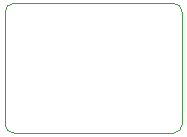
<source format=gbr>
%TF.GenerationSoftware,KiCad,Pcbnew,8.0.1-8.0.1-1~ubuntu22.04.1*%
%TF.CreationDate,2024-03-29T12:48:33+00:00*%
%TF.ProjectId,EMG_INA331,454d475f-494e-4413-9333-312e6b696361,1.0*%
%TF.SameCoordinates,Original*%
%TF.FileFunction,Profile,NP*%
%FSLAX46Y46*%
G04 Gerber Fmt 4.6, Leading zero omitted, Abs format (unit mm)*
G04 Created by KiCad (PCBNEW 8.0.1-8.0.1-1~ubuntu22.04.1) date 2024-03-29 12:48:33*
%MOMM*%
%LPD*%
G01*
G04 APERTURE LIST*
%TA.AperFunction,Profile*%
%ADD10C,0.100000*%
%TD*%
G04 APERTURE END LIST*
D10*
X36750000Y-29000000D02*
G75*
G02*
X37500000Y-29750000I0J-750000D01*
G01*
X22500000Y-29750001D02*
G75*
G02*
X23250000Y-29000000I750000J1D01*
G01*
X37500000Y-39249999D02*
X37500000Y-29750000D01*
X36750000Y-29000000D02*
X23250000Y-29000001D01*
X23250000Y-40000000D02*
G75*
G02*
X22500000Y-39250000I0J750000D01*
G01*
X37500000Y-39249999D02*
G75*
G02*
X36750000Y-40000000I-750000J-1D01*
G01*
X23250000Y-40000000D02*
X36750000Y-39999999D01*
X22500000Y-39250000D02*
X22500000Y-29750001D01*
M02*

</source>
